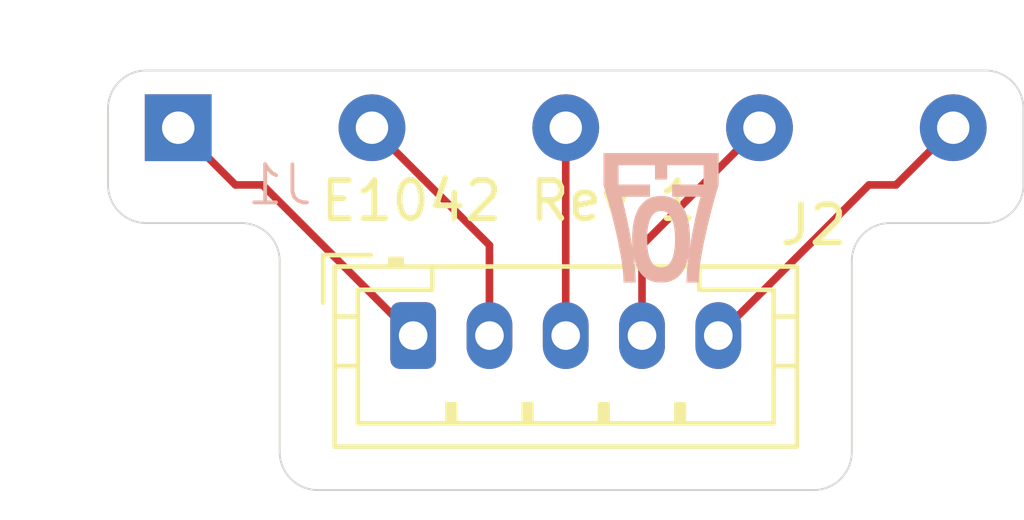
<source format=kicad_pcb>
(kicad_pcb (version 20241229) (generator "pcbnew") (generator_version "9.0")
  (layers (0 "F.Cu" signal) (2 "B.Cu" signal) (13 "F.Paste" user) (15 "B.Paste" user) (5 "F.SilkS" user "F.Silkscreen") (7 "B.SilkS" user "B.Silkscreen") (1 "F.Mask" user) (3 "B.Mask" user) (25 "Edge.Cuts" user))
  (net 0 "")
  (net 1 "Net-(J1-Pin_1)")
  (net 2 "Net-(J1-Pin_2)")
  (net 3 "Net-(J1-Pin_3)")
  (net 4 "Net-(J1-Pin_5)")
  (net 5 "Net-(J1-Pin_4)")
  (footprint "Connector_JST:JST_PH_B5B-PH-K_1x05_P2.00mm_Vertical" (layer "F.Cu") (at 123 92.45)
    (property "Reference" "J2" (at 10.5 -2.9 0) (layer "F.SilkS"))
    (property "Value" "Conn_01x05_Pin")
    (fp_line (start -2.36 -2.11) (end -2.36 -0.86) (stroke (width 0.12)) (layer "F.SilkS"))
    (fp_line (start -2.06 -1.81) (end -2.06 2.91) (stroke (width 0.12)) (layer "F.SilkS"))
    (fp_line (start -2.06 -0.5) (end -1.45 -0.5) (stroke (width 0.12)) (layer "F.SilkS"))
    (fp_line (start -2.06 0.8) (end -1.45 0.8) (stroke (width 0.12)) (layer "F.SilkS"))
    (fp_line (start -2.06 2.91) (end 10.06 2.91) (stroke (width 0.12)) (layer "F.SilkS"))
    (fp_line (start -1.45 -1.2) (end -1.45 2.3) (stroke (width 0.12)) (layer "F.SilkS"))
    (fp_line (start -1.45 2.3) (end 9.45 2.3) (stroke (width 0.12)) (layer "F.SilkS"))
    (fp_line (start -1.11 -2.11) (end -2.36 -2.11) (stroke (width 0.12)) (layer "F.SilkS"))
    (fp_line (start -0.6 -2.01) (end -0.6 -1.81) (stroke (width 0.12)) (layer "F.SilkS"))
    (fp_line (start -0.3 -2.01) (end -0.6 -2.01) (stroke (width 0.12)) (layer "F.SilkS"))
    (fp_line (start -0.3 -1.91) (end -0.6 -1.91) (stroke (width 0.12)) (layer "F.SilkS"))
    (fp_line (start -0.3 -1.81) (end -0.3 -2.01) (stroke (width 0.12)) (layer "F.SilkS"))
    (fp_line (start 0.5 -1.81) (end 0.5 -1.2) (stroke (width 0.12)) (layer "F.SilkS"))
    (fp_line (start 0.5 -1.2) (end -1.45 -1.2) (stroke (width 0.12)) (layer "F.SilkS"))
    (fp_line (start 0.9 1.8) (end 1.1 1.8) (stroke (width 0.12)) (layer "F.SilkS"))
    (fp_line (start 0.9 2.3) (end 0.9 1.8) (stroke (width 0.12)) (layer "F.SilkS"))
    (fp_line (start 1 2.3) (end 1 1.8) (stroke (width 0.12)) (layer "F.SilkS"))
    (fp_line (start 1.1 1.8) (end 1.1 2.3) (stroke (width 0.12)) (layer "F.SilkS"))
    (fp_line (start 2.9 1.8) (end 3.1 1.8) (stroke (width 0.12)) (layer "F.SilkS"))
    (fp_line (start 2.9 2.3) (end 2.9 1.8) (stroke (width 0.12)) (layer "F.SilkS"))
    (fp_line (start 3 2.3) (end 3 1.8) (stroke (width 0.12)) (layer "F.SilkS"))
    (fp_line (start 3.1 1.8) (end 3.1 2.3) (stroke (width 0.12)) (layer "F.SilkS"))
    (fp_line (start 4.9 1.8) (end 5.1 1.8) (stroke (width 0.12)) (layer "F.SilkS"))
    (fp_line (start 4.9 2.3) (end 4.9 1.8) (stroke (width 0.12)) (layer "F.SilkS"))
    (fp_line (start 5 2.3) (end 5 1.8) (stroke (width 0.12)) (layer "F.SilkS"))
    (fp_line (start 5.1 1.8) (end 5.1 2.3) (stroke (width 0.12)) (layer "F.SilkS"))
    (fp_line (start 6.9 1.8) (end 7.1 1.8) (stroke (width 0.12)) (layer "F.SilkS"))
    (fp_line (start 6.9 2.3) (end 6.9 1.8) (stroke (width 0.12)) (layer "F.SilkS"))
    (fp_line (start 7 2.3) (end 7 1.8) (stroke (width 0.12)) (layer "F.SilkS"))
    (fp_line (start 7.1 1.8) (end 7.1 2.3) (stroke (width 0.12)) (layer "F.SilkS"))
    (fp_line (start 7.5 -1.2) (end 7.5 -1.81) (stroke (width 0.12)) (layer "F.SilkS"))
    (fp_line (start 9.45 -1.2) (end 7.5 -1.2) (stroke (width 0.12)) (layer "F.SilkS"))
    (fp_line (start 9.45 2.3) (end 9.45 -1.2) (stroke (width 0.12)) (layer "F.SilkS"))
    (fp_line (start 10.06 -1.81) (end -2.06 -1.81) (stroke (width 0.12)) (layer "F.SilkS"))
    (fp_line (start 10.06 -0.5) (end 9.45 -0.5) (stroke (width 0.12)) (layer "F.SilkS"))
    (fp_line (start 10.06 0.8) (end 9.45 0.8) (stroke (width 0.12)) (layer "F.SilkS"))
    (fp_line (start 10.06 2.91) (end 10.06 -1.81) (stroke (width 0.12)) (layer "F.SilkS"))
    (pad "1" thru_hole roundrect (at 0 0) (size 1.2 1.75) (drill 0.75) (layers "*.Cu" "*.Mask") (roundrect_rratio 0.208333) (net 1 "Net-(J1-Pin_1)"))
    (pad "2" thru_hole oval (at 2 0) (size 1.2 1.75) (drill 0.75) (layers "*.Cu" "*.Mask") (net 2 "Net-(J1-Pin_2)"))
    (pad "3" thru_hole oval (at 4 0) (size 1.2 1.75) (drill 0.75) (layers "*.Cu" "*.Mask") (net 3 "Net-(J1-Pin_3)"))
    (pad "4" thru_hole oval (at 6 0) (size 1.2 1.75) (drill 0.75) (layers "*.Cu" "*.Mask") (net 5 "Net-(J1-Pin_4)"))
    (pad "5" thru_hole oval (at 8 0) (size 1.2 1.75) (drill 0.75) (layers "*.Cu" "*.Mask") (net 4 "Net-(J1-Pin_5)"))
  )
  (footprint "CustomLib:7SEG-One" (layer "B.Cu") (at 116.84 87)
    (property "Reference" "J1" (at 2.66 1.5 0) (layer "B.SilkS") (effects (font (thickness 0.1)) (justify mirror)))
    (property "Value" "Conn_01x05")
    (pad "1" thru_hole rect (at 0 0) (size 1.75 1.75) (drill 0.85) (layers "*.Cu" "*.Mask") (net 1 "Net-(J1-Pin_1)"))
    (pad "2" thru_hole circle (at 5.08 0) (size 1.75 1.75) (drill 0.85) (layers "*.Cu" "*.Mask") (net 2 "Net-(J1-Pin_2)"))
    (pad "3" thru_hole circle (at 10.16 0) (size 1.75 1.75) (drill 0.85) (layers "*.Cu" "*.Mask") (net 3 "Net-(J1-Pin_3)"))
    (pad "4" thru_hole circle (at 15.24 0) (size 1.75 1.75) (drill 0.85) (layers "*.Cu" "*.Mask") (net 5 "Net-(J1-Pin_4)"))
    (pad "5" thru_hole circle (at 20.32 0) (size 1.75 1.75) (drill 0.85) (layers "*.Cu" "*.Mask") (net 4 "Net-(J1-Pin_5)"))
  )
  (gr_poly (pts (xy 128 88.5) (xy 128.113673 88.88789) (xy 128.199074 89.207959) (xy 128.290628 89.578124) (xy 128.378666 89.9729) (xy 128.453521 90.366796) (xy 128.482983 90.55545) (xy 128.505524 90.734326) (xy 128.519934 90.900238) (xy 128.525006 91.05) (xy 128.824988 91.05) (xy 128.8216 90.903607) (xy 128.81195 90.747217) (xy 128.796807 90.583138) (xy 128.776939 90.413675) (xy 128.753115 90.241136) (xy 128.726106 90.067828) (xy 128.665605 89.728135) (xy 128.601588 89.413051) (xy 128.540209 89.141033) (xy 128.487619 88.930537) (xy 128.449972 88.80002) (xy 129.200004 88.80002) (xy 129.200004 88.5) (xy 128.374977 88.5) (xy 128.374987 87.975014) (xy 129.349987 87.975014) (xy 129.349987 88.350014) (xy 129.649987 88.350014) (xy 129.649987 87.975014) (xy 130.624987 87.975014) (xy 130.624994 88.5) (xy 129.800006 88.5) (xy 129.800006 88.80002) (xy 130.549999 88.80002) (xy 130.512351 88.930537) (xy 130.459762 89.141033) (xy 130.398382 89.413051) (xy 130.334366 89.728135) (xy 130.273865 90.067828) (xy 130.223032 90.413674) (xy 130.203164 90.583137) (xy 130.188021 90.747217) (xy 130.178371 90.903607) (xy 130.174983 91.05) (xy 130.475003 91.05) (xy 130.480075 90.900238) (xy 130.494484 90.734326) (xy 130.517023 90.55545) (xy 130.546483 90.366796) (xy 130.581655 90.171551) (xy 130.621331 89.9729) (xy 130.709362 89.578124) (xy 130.800909 89.207959) (xy 130.886304 88.88789) (xy 130.955881 88.643408) (xy 130.999971 88.5) (xy 130.999987 87.675014) (xy 127.999988 87.675014)) (stroke (width 0.019874)) (fill yes) (layer "B.SilkS"))
  (gr_poly (pts (xy 129.424693 88.802197) (xy 129.375071 88.807416) (xy 129.319518 88.817579) (xy 129.259569 88.834334) (xy 129.196765 88.859329) (xy 129.164772 88.875431) (xy 129.132642 88.894211) (xy 129.100567 88.915875) (xy 129.068739 88.940629) (xy 129.03735 88.968679) (xy 129.006593 89.000231) (xy 128.976661 89.03549) (xy 128.947744 89.074664) (xy 128.920036 89.117957) (xy 128.893728 89.165576) (xy 128.869014 89.217727) (xy 128.846085 89.274616) (xy 128.825133 89.336449) (xy 128.806351 89.403431) (xy 128.789932 89.47577) (xy 128.776066 89.55367) (xy 128.764947 89.637338) (xy 128.756767 89.726979) (xy 128.751718 89.822801) (xy 128.749992 89.925008) (xy 128.751718 90.027215) (xy 128.756767 90.123037) (xy 128.764947 90.212678) (xy 128.776066 90.296346) (xy 128.789932 90.374246) (xy 128.806352 90.446585) (xy 128.825133 90.513567) (xy 128.846085 90.5754) (xy 128.869014 90.632289) (xy 128.893728 90.68444) (xy 128.920036 90.732059) (xy 128.947744 90.775353) (xy 128.976661 90.814526) (xy 129.006593 90.849786) (xy 129.03735 90.881338) (xy 129.068739 90.909388) (xy 129.100567 90.934142) (xy 129.132642 90.955806) (xy 129.164772 90.974586) (xy 129.196765 90.990688) (xy 129.228428 91.004318) (xy 129.259569 91.015683) (xy 129.289997 91.024987) (xy 129.319517 91.032438) (xy 129.375071 91.042601) (xy 129.424692 91.047819) (xy 129.499985 91.050017) (xy 129.575278 91.047819) (xy 129.624899 91.042601) (xy 129.680453 91.032438) (xy 129.740401 91.015683) (xy 129.803206 90.990688) (xy 129.835198 90.974586) (xy 129.867329 90.955806) (xy 129.899404 90.934142) (xy 129.931232 90.909388) (xy 129.96262 90.881338) (xy 129.993377 90.849786) (xy 130.02331 90.814526) (xy 130.052227 90.775353) (xy 130.079935 90.732059) (xy 130.106242 90.68444) (xy 130.130956 90.632289) (xy 130.153886 90.5754) (xy 130.174837 90.513567) (xy 130.193619 90.446585) (xy 130.210039 90.374246) (xy 130.223904 90.296346) (xy 130.235023 90.212678) (xy 130.243203 90.123037) (xy 130.248252 90.027215) (xy 130.249978 89.925008) (xy 129.875001 89.925008) (xy 129.874138 89.993146) (xy 129.871613 90.057027) (xy 129.867523 90.116788) (xy 129.861963 90.172566) (xy 129.85503 90.224499) (xy 129.84682 90.272725) (xy 129.837428 90.317379) (xy 129.826952 90.358601) (xy 129.815486 90.396526) (xy 129.803129 90.431293) (xy 129.789974 90.463039) (xy 129.776119 90.4919) (xy 129.76166 90.518015) (xy 129.746693 90.541521) (xy 129.731313 90.562555) (xy 129.715618 90.581255) (xy 129.699703 90.597757) (xy 129.683665 90.612199) (xy 129.667599 90.624718) (xy 129.651602 90.635453) (xy 129.635769 90.644539) (xy 129.620198 90.652115) (xy 129.604983 90.658317) (xy 129.590222 90.663283) (xy 129.57601 90.667151) (xy 129.562444 90.670058) (xy 129.537632 90.673537) (xy 129.516556 90.674818) (xy 129.499985 90.675001) (xy 129.462338 90.673537) (xy 129.437526 90.670058) (xy 129.409748 90.663283) (xy 129.379773 90.652115) (xy 129.348369 90.635453) (xy 129.316306 90.612199) (xy 129.300267 90.597757) (xy 129.284352 90.581255) (xy 129.268657 90.562555) (xy 129.253278 90.541521) (xy 129.23831 90.518015) (xy 129.223851 90.4919) (xy 129.209996 90.463039) (xy 129.196842 90.431293) (xy 129.184484 90.396526) (xy 129.173019 90.358601) (xy 129.162542 90.317379) (xy 129.153151 90.272725) (xy 129.14494 90.224499) (xy 129.138007 90.172566) (xy 129.132447 90.116788) (xy 129.128357 90.057027) (xy 129.125832 89.993146) (xy 129.124969 89.925008) (xy 129.125832 89.85687) (xy 129.128357 89.792989) (xy 129.132447 89.733228) (xy 129.138007 89.67745) (xy 129.14494 89.625517) (xy 129.153151 89.577291) (xy 129.162542 89.532637) (xy 129.173019 89.491415) (xy 129.184484 89.45349) (xy 129.196842 89.418723) (xy 129.209996 89.386978) (xy 129.223851 89.358116) (xy 129.23831 89.332001) (xy 129.253278 89.308495) (xy 129.268657 89.287461) (xy 129.284352 89.268762) (xy 129.300267 89.25226) (xy 129.316305 89.237818) (xy 129.332371 89.225298) (xy 129.348369 89.214564) (xy 129.364201 89.205478) (xy 129.379773 89.197902) (xy 129.394987 89.191699) (xy 129.409748 89.186733) (xy 129.42396 89.182865) (xy 129.437526 89.179959) (xy 129.462338 89.17648) (xy 129.483414 89.175199) (xy 129.499985 89.175016) (xy 129.537632 89.17648) (xy 129.562444 89.179959) (xy 129.590222 89.186733) (xy 129.620198 89.197902) (xy 129.651602 89.214564) (xy 129.683665 89.237818) (xy 129.699703 89.25226) (xy 129.715618 89.268762) (xy 129.731313 89.287461) (xy 129.746693 89.308495) (xy 129.76166 89.332001) (xy 129.776119 89.358116) (xy 129.789974 89.386978) (xy 129.803129 89.418723) (xy 129.815486 89.45349) (xy 129.826952 89.491416) (xy 129.837428 89.532637) (xy 129.84682 89.577291) (xy 129.85503 89.625517) (xy 129.861963 89.67745) (xy 129.867523 89.733228) (xy 129.871613 89.792989) (xy 129.874138 89.85687) (xy 129.875001 89.925008) (xy 130.249978 89.925008) (xy 130.248252 89.822801) (xy 130.243203 89.726979) (xy 130.235023 89.637338) (xy 130.223904 89.55367) (xy 130.210039 89.47577) (xy 130.193619 89.403432) (xy 130.174837 89.336449) (xy 130.153886 89.274616) (xy 130.130956 89.217728) (xy 130.106242 89.165577) (xy 130.079935 89.117957) (xy 130.052226 89.074664) (xy 130.02331 89.035491) (xy 129.993377 89.000231) (xy 129.96262 88.968679) (xy 129.931232 88.940629) (xy 129.899404 88.915875) (xy 129.867328 88.894211) (xy 129.835198 88.875431) (xy 129.803206 88.859329) (xy 129.771542 88.845699) (xy 129.740401 88.834334) (xy 129.709974 88.82503) (xy 129.680453 88.817579) (xy 129.624899 88.807416) (xy 129.575278 88.802197) (xy 129.499985 88.8)) (stroke (width 0.019874)) (fill yes) (layer "B.SilkS"))
  (gr_line (start 139 86.5) (end 138.999999 88.5) (stroke (width 0.05)) (layer "Edge.Cuts"))
  (gr_line (start 119.5 90.5) (end 119.5 95.5) (stroke (width 0.05)) (layer "Edge.Cuts"))
  (gr_line (start 134.5 90.5) (end 134.5 95.5) (stroke (width 0.05)) (layer "Edge.Cuts"))
  (gr_arc (start 138.999999 88.5) (mid 138.707106 89.207107) (end 137.999999 89.5) (stroke (width 0.05)) (layer "Edge.Cuts"))
  (gr_arc (start 116.000001 89.499999) (mid 115.292894 89.207106) (end 115.000001 88.499999) (stroke (width 0.05)) (layer "Edge.Cuts"))
  (gr_arc (start 118.5 89.5) (mid 119.207107 89.792893) (end 119.5 90.5) (stroke (width 0.05)) (layer "Edge.Cuts"))
  (gr_line (start 137.999999 89.5) (end 135.5 89.5) (stroke (width 0.05)) (layer "Edge.Cuts"))
  (gr_arc (start 120.5 96.5) (mid 119.792893 96.207107) (end 119.5 95.5) (stroke (width 0.05)) (layer "Edge.Cuts"))
  (gr_line (start 133.5 96.5) (end 120.5 96.5) (stroke (width 0.05)) (layer "Edge.Cuts"))
  (gr_arc (start 115 86.5) (mid 115.292893 85.792893) (end 116 85.5) (stroke (width 0.05)) (layer "Edge.Cuts"))
  (gr_arc (start 134.5 90.5) (mid 134.792893 89.792893) (end 135.5 89.5) (stroke (width 0.05)) (layer "Edge.Cuts"))
  (gr_line (start 118.5 89.5) (end 116.000001 89.499998) (stroke (width 0.05)) (layer "Edge.Cuts"))
  (gr_arc (start 134.5 95.5) (mid 134.207107 96.207107) (end 133.5 96.5) (stroke (width 0.05)) (layer "Edge.Cuts"))
  (gr_line (start 115.000002 88.499999) (end 115.000001 86.5) (stroke (width 0.05)) (layer "Edge.Cuts"))
  (gr_line (start 138 85.5) (end 116 85.5) (stroke (width 0.05)) (layer "Edge.Cuts"))
  (gr_arc (start 138 85.5) (mid 138.707107 85.792893) (end 139 86.5) (stroke (width 0.05)) (layer "Edge.Cuts"))
  (gr_text "E1042 Rev 1" (at 120.5 89.5 0) (layer "F.SilkS") (effects (font (size 1 1)) (justify left bottom)))
  (segment (start 116.84 87) (end 118.34 88.5) (width 0.2) (layer "F.Cu") (net 1))
  (segment (start 118.34 88.5) (end 119.05 88.5) (width 0.2) (layer "F.Cu") (net 1))
  (segment (start 119.05 88.5) (end 123 92.45) (width 0.2) (layer "F.Cu") (net 1))
  (segment (start 125 90.08) (end 125 92.45) (width 0.2) (layer "F.Cu") (net 2))
  (segment (start 121.92 87) (end 125 90.08) (width 0.2) (layer "F.Cu") (net 2))
  (segment (start 127 87) (end 127 92.45) (width 0.2) (layer "F.Cu") (net 3))
  (segment (start 134.95 88.5) (end 131 92.45) (width 0.2) (layer "F.Cu") (net 4))
  (segment (start 137.16 87) (end 135.66 88.5) (width 0.2) (layer "F.Cu") (net 4))
  (segment (start 135.66 88.5) (end 134.95 88.5) (width 0.2) (layer "F.Cu") (net 4))
  (segment (start 132.08 87) (end 129 90.08) (width 0.2) (layer "F.Cu") (net 5))
  (segment (start 129 90.08) (end 129 92.45) (width 0.2) (layer "F.Cu") (net 5))
)
</source>
